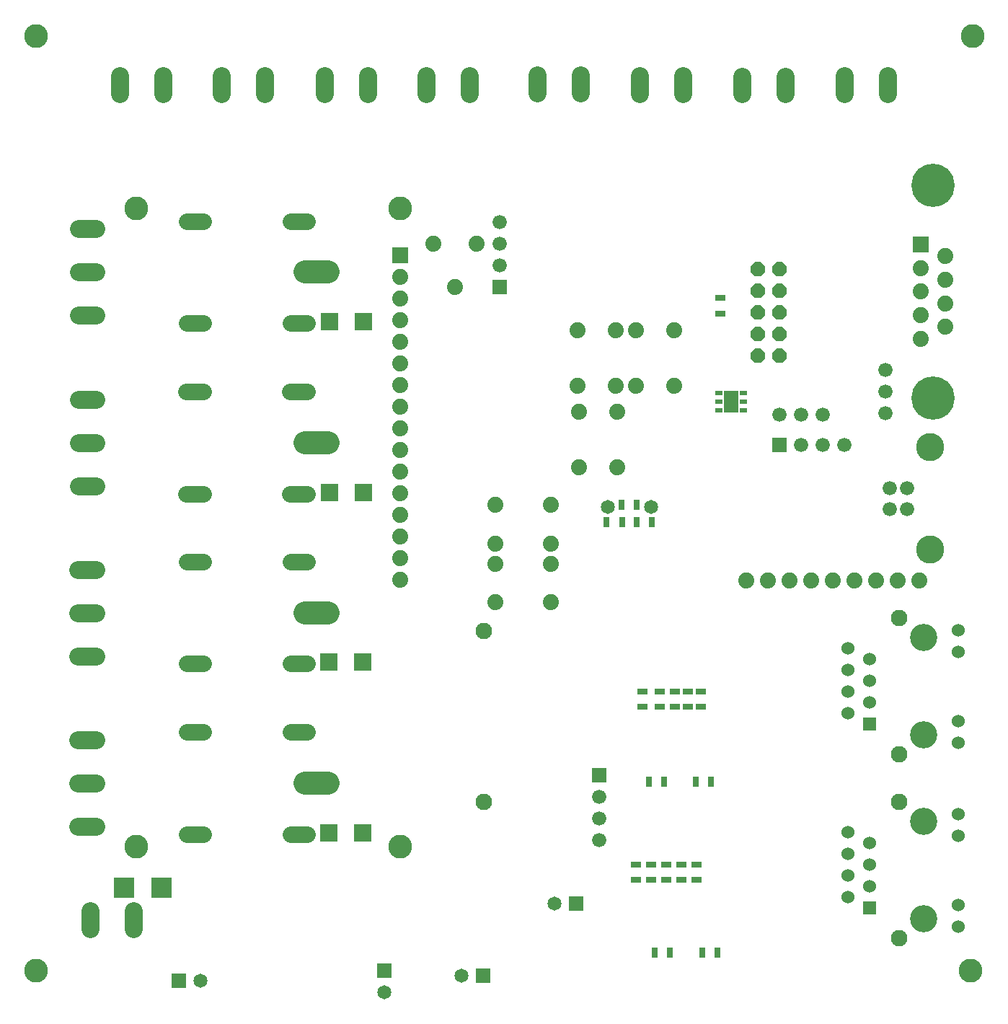
<source format=gbs>
G75*
G70*
%OFA0B0*%
%FSLAX24Y24*%
%IPPOS*%
%LPD*%
%AMOC8*
5,1,8,0,0,1.08239X$1,22.5*
%
%ADD10C,0.1102*%
%ADD11C,0.0650*%
%ADD12R,0.0650X0.0650*%
%ADD13R,0.0315X0.0472*%
%ADD14C,0.0768*%
%ADD15R,0.0660X0.0660*%
%ADD16C,0.0660*%
%ADD17C,0.1300*%
%ADD18R,0.0600X0.0600*%
%ADD19C,0.0600*%
%ADD20C,0.1260*%
%ADD21R,0.0740X0.0740*%
%ADD22C,0.0740*%
%ADD23C,0.2000*%
%ADD24R,0.0669X0.1024*%
%ADD25R,0.0374X0.0217*%
%ADD26R,0.0472X0.0315*%
%ADD27C,0.0780*%
%ADD28C,0.1065*%
%ADD29R,0.0787X0.0787*%
%ADD30OC8,0.0660*%
%ADD31C,0.0827*%
%ADD32R,0.0945X0.0945*%
D10*
X002080Y003915D03*
X006705Y009633D03*
X018909Y009633D03*
X045280Y003915D03*
X018909Y039160D03*
X006705Y039160D03*
X002080Y047115D03*
X045380Y047115D03*
D11*
X030517Y025332D03*
X028517Y025332D03*
X026054Y007015D03*
X021766Y003675D03*
X018180Y002901D03*
X009696Y003439D03*
D12*
X008696Y003439D03*
X018180Y003901D03*
X022766Y003675D03*
X027054Y007015D03*
D13*
X030681Y004764D03*
X031390Y004764D03*
X032881Y004764D03*
X033590Y004764D03*
X033290Y012664D03*
X032581Y012664D03*
X031128Y012664D03*
X030419Y012664D03*
X030564Y024645D03*
X029856Y024645D03*
X029176Y024644D03*
X028468Y024644D03*
X029156Y025445D03*
X029864Y025445D03*
D14*
X022797Y019599D03*
X022797Y011725D03*
X041985Y011714D03*
X041985Y013914D03*
X041985Y020214D03*
X041985Y005414D03*
D15*
X028110Y012945D03*
X036454Y028214D03*
X023522Y035514D03*
D16*
X023522Y036514D03*
X023522Y037514D03*
X023522Y038514D03*
X036450Y029615D03*
X037450Y029615D03*
X038450Y029615D03*
X038454Y028214D03*
X037454Y028214D03*
X039454Y028214D03*
X041360Y029695D03*
X041360Y030695D03*
X041360Y031695D03*
X041567Y026231D03*
X042347Y026231D03*
X042347Y025247D03*
X041567Y025247D03*
X028110Y011945D03*
X028110Y010945D03*
X028110Y009945D03*
D17*
X043417Y023369D03*
X043417Y028109D03*
D18*
X040635Y015314D03*
X040635Y006814D03*
D19*
X040635Y007814D03*
X040635Y008814D03*
X040635Y009814D03*
X039635Y009314D03*
X039635Y008314D03*
X039635Y007314D03*
X039635Y010314D03*
X044725Y010164D03*
X044725Y011164D03*
X044725Y014464D03*
X044725Y015464D03*
X044725Y018664D03*
X044725Y019664D03*
X040635Y018314D03*
X040635Y017314D03*
X040635Y016314D03*
X039635Y015814D03*
X039635Y016814D03*
X039635Y017814D03*
X039635Y018814D03*
X044725Y006964D03*
X044725Y005964D03*
D20*
X043135Y006314D03*
X043135Y010814D03*
X043135Y014814D03*
X043135Y019314D03*
D21*
X042988Y037482D03*
X018909Y036995D03*
D22*
X018909Y035995D03*
X018909Y034995D03*
X018909Y033995D03*
X018909Y032995D03*
X018909Y031995D03*
X018909Y030995D03*
X018909Y029995D03*
X018909Y028995D03*
X018909Y027995D03*
X018909Y026995D03*
X018909Y025995D03*
X018909Y024995D03*
X018909Y023995D03*
X018909Y022995D03*
X018909Y021995D03*
X023326Y022729D03*
X023330Y023655D03*
X023330Y025435D03*
X025890Y025435D03*
X025890Y023655D03*
X025886Y022729D03*
X025886Y020949D03*
X023326Y020949D03*
X027170Y027193D03*
X028950Y027193D03*
X028950Y029753D03*
X028897Y030959D03*
X029820Y030965D03*
X031600Y030965D03*
X031600Y033525D03*
X029820Y033525D03*
X028897Y033519D03*
X027117Y033519D03*
X027117Y030959D03*
X027170Y029753D03*
X021468Y035513D03*
X020468Y037513D03*
X022468Y037513D03*
X034910Y021945D03*
X035910Y021945D03*
X036910Y021945D03*
X037910Y021945D03*
X038910Y021945D03*
X039910Y021945D03*
X040910Y021945D03*
X041910Y021945D03*
X042910Y021945D03*
X042988Y033120D03*
X042988Y034210D03*
X042988Y035301D03*
X042988Y036392D03*
X044106Y036935D03*
X044106Y035844D03*
X044106Y034758D03*
X044106Y033667D03*
D23*
X043547Y030380D03*
X043547Y040222D03*
D24*
X034220Y030214D03*
D25*
X033649Y030214D03*
X033649Y029821D03*
X033649Y030608D03*
X034791Y030608D03*
X034791Y030214D03*
X034791Y029821D03*
D26*
X033710Y034291D03*
X033710Y034999D03*
X032835Y016819D03*
X032235Y016818D03*
X031635Y016818D03*
X030935Y016818D03*
X030105Y016829D03*
X030105Y016120D03*
X030935Y016110D03*
X031635Y016110D03*
X032235Y016109D03*
X032835Y016110D03*
X032625Y008818D03*
X032625Y008109D03*
X031925Y008109D03*
X031235Y008110D03*
X030535Y008110D03*
X030535Y008818D03*
X031235Y008818D03*
X031925Y008818D03*
X029835Y008818D03*
X029835Y008109D03*
D27*
X014617Y010221D02*
X013837Y010221D01*
X009817Y010221D02*
X009037Y010221D01*
X009037Y014941D02*
X009817Y014941D01*
X009817Y018100D02*
X009037Y018100D01*
X013837Y018100D02*
X014617Y018100D01*
X014617Y014941D02*
X013837Y014941D01*
X013837Y022820D02*
X014617Y022820D01*
X014607Y025964D02*
X013827Y025964D01*
X009807Y025964D02*
X009027Y025964D01*
X009037Y022820D02*
X009817Y022820D01*
X009807Y030684D02*
X009027Y030684D01*
X009042Y033840D02*
X009822Y033840D01*
X013842Y033840D02*
X014622Y033840D01*
X014607Y030684D02*
X013827Y030684D01*
X013842Y038560D02*
X014622Y038560D01*
X009822Y038560D02*
X009042Y038560D01*
D28*
X014530Y036200D02*
X015595Y036200D01*
X015580Y028324D02*
X014515Y028324D01*
X014525Y020460D02*
X015590Y020460D01*
X015590Y012581D02*
X014525Y012581D01*
D29*
X015603Y010268D03*
X017178Y010268D03*
X017178Y018168D03*
X015603Y018168D03*
X015642Y026022D03*
X017217Y026022D03*
X017217Y033922D03*
X015642Y033922D03*
D30*
X035456Y034349D03*
X035456Y033349D03*
X035456Y032349D03*
X036456Y032349D03*
X036456Y033349D03*
X036456Y034349D03*
X036456Y035349D03*
X035456Y035349D03*
X035456Y036349D03*
X036456Y036349D03*
D31*
X036712Y044436D02*
X036712Y045262D01*
X034712Y045262D02*
X034712Y044436D01*
X032000Y044455D02*
X032000Y045282D01*
X030000Y045282D02*
X030000Y044455D01*
X027236Y044475D02*
X027236Y045302D01*
X025236Y045302D02*
X025236Y044475D01*
X022121Y044455D02*
X022121Y045282D01*
X020121Y045282D02*
X020121Y044455D01*
X017430Y044455D02*
X017430Y045282D01*
X015430Y045282D02*
X015430Y044455D01*
X012665Y044455D02*
X012665Y045282D01*
X010665Y045282D02*
X010665Y044455D01*
X007968Y044455D02*
X007968Y045282D01*
X005968Y045282D02*
X005968Y044455D01*
X004863Y038204D02*
X004036Y038204D01*
X004036Y036204D02*
X004863Y036204D01*
X004863Y034204D02*
X004036Y034204D01*
X004036Y030320D02*
X004863Y030320D01*
X004863Y028320D02*
X004036Y028320D01*
X004036Y026320D02*
X004863Y026320D01*
X004845Y022444D02*
X004018Y022444D01*
X004018Y020444D02*
X004845Y020444D01*
X004845Y018444D02*
X004018Y018444D01*
X004012Y014582D02*
X004838Y014582D01*
X004838Y012582D02*
X004012Y012582D01*
X004012Y010582D02*
X004838Y010582D01*
X004601Y006677D02*
X004601Y005851D01*
X006601Y005851D02*
X006601Y006677D01*
X039445Y044455D02*
X039445Y045282D01*
X041445Y045282D02*
X041445Y044455D01*
D32*
X007876Y007745D03*
X006144Y007745D03*
M02*

</source>
